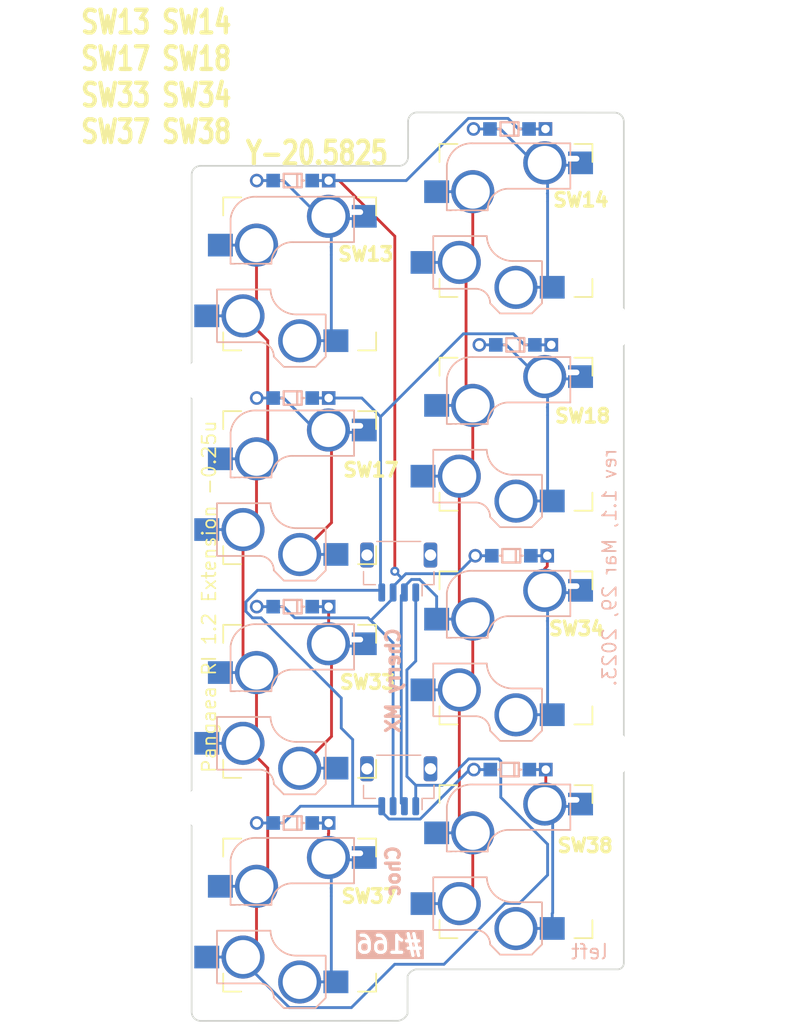
<source format=kicad_pcb>
(kicad_pcb (version 20221018) (generator pcbnew)
  (title_block (date "2023-01-26"))
  (layers (0 "F.Cu" signal) (31 "B.Cu" signal) (34 "B.Paste" user) (35 "F.Paste" user) (36 "B.SilkS" user "B.Silkscreen") (37 "F.SilkS" user "F.Silkscreen") (38 "B.Mask" user) (39 "F.Mask" user) (44 "Edge.Cuts" user))
  (net 0 "")
  (net 1 "PY4")
  (net 2 "Net-(D13-A)")
  (net 3 "Net-(D14-A)")
  (net 4 "PY5")
  (net 5 "Net-(D17-A)")
  (net 6 "Net-(D18-A)")
  (net 7 "Net-(D33-K)")
  (net 8 "Net-(D34-K)")
  (net 9 "Net-(D37-K)")
  (net 10 "Net-(D38-K)")
  (net 11 "PX1")
  (net 12 "PX2")
  (footprint "footprint:diode_TH_SMD_rev3" (layer "F.Cu") (at 61.805 80.02 180)
    (fp_text reference "D38")
    (fp_text value "D" hide)
  )
  (footprint "#footprint:M2_Nut_Hole_rev2" (layer "F.Cu") (at 36.1 83.41)
    (fp_text reference "H11")
    (fp_text value "MountingHole")
  )
  (footprint "footprint:CherryMX_Choc_Hotswap_rev9_test" (layer "F.Cu") (at 43.255 36.3025)
    (fp_text reference "SW13" hide)
    (fp_text value "SW_Push" hide)
  )
  (footprint "footprint:diode_TH_SMD_rev3" (layer "F.Cu") (at 42.64 28.07 180)
    (fp_text reference "D13")
    (fp_text value "D" hide)
  )
  (footprint "footprint:diode_TH_SMD_rev3" (layer "F.Cu") (at 61.935 61.16 180)
    (fp_text reference "D34")
    (fp_text value "D" hide)
  )
  (footprint "footprint:CherryMX_Choc_Hotswap_rev9_test" (layer "F.Cu") (at 62.345 50.44)
    (fp_text reference "SW18" hide)
    (fp_text value "SW_Push" hide)
  )
  (footprint "footprint:diode_TH_SMD_rev3" (layer "F.Cu") (at 42.64 65.65 180)
    (fp_text reference "D33")
    (fp_text value "D" hide)
  )
  (footprint "footprint:CherryMX_Choc_Hotswap_rev9_test" (layer "F.Cu") (at 62.345 69.29)
    (fp_text reference "SW34" hide)
    (fp_text value "SW_Push" hide)
  )
  (footprint "footprint:CherryMX_Choc_Hotswap_rev9_test" (layer "F.Cu") (at 43.255 55.1525)
    (fp_text reference "SW17" hide)
    (fp_text value "SW_Push" hide)
  )
  (footprint "footprint:CherryMX_Choc_Hotswap_rev9_test" (layer "F.Cu") (at 62.345 88.14)
    (fp_text reference "SW38" hide)
    (fp_text value "SW_Push" hide)
  )
  (footprint "footprint:CherryMX_Choc_Hotswap_rev9_test" (layer "F.Cu") (at 43.255 74.0025)
    (fp_text reference "SW33" hide)
    (fp_text value "SW_Push" hide)
  )
  (footprint "footprint:diode_TH_SMD_rev3" (layer "F.Cu") (at 42.64 47.25 180)
    (fp_text reference "D17")
    (fp_text value "D" hide)
  )
  (footprint "footprint:diode_TH_SMD_rev3" (layer "F.Cu") (at 62.29 42.56 180)
    (fp_text reference "D18")
    (fp_text value "D" hide)
  )
  (footprint "#footprint:M2_Nut_Hole_rev2" (layer "F.Cu") (at 69.565 78.63)
    (fp_text reference "H10")
    (fp_text value "MountingHole")
  )
  (footprint "#footprint:M2_Nut_Hole_rev2" (layer "F.Cu") (at 36.07 45.71)
    (fp_text reference "H12")
    (fp_text value "MountingHole")
  )
  (footprint "footprint:diode_TH_SMD_rev3" (layer "F.Cu") (at 42.64 84.73 180)
    (fp_text reference "D37")
    (fp_text value "D" hide)
  )
  (footprint "#footprint:M2_Nut_Hole_rev2" (layer "F.Cu") (at 69.575 40.97)
    (fp_text reference "H9")
    (fp_text value "MountingHole")
  )
  (footprint "footprint:diode_TH_SMD_rev3" (layer "F.Cu") (at 61.775 23.52 180)
    (fp_text reference "D14")
    (fp_text value "D" hide)
  )
  (footprint "footprint:CherryMX_Choc_Hotswap_rev9_test" (layer "F.Cu") (at 43.255 92.8525)
    (fp_text reference "SW37" hide)
    (fp_text value "SW_Push" hide)
  )
  (footprint "footprint:CherryMX_Choc_Hotswap_rev9_test" (layer "F.Cu") (at 62.345 31.59)
    (fp_text reference "SW14" hide)
    (fp_text value "SW_Push" hide)
  )
  (footprint "footprint:JST_SH_BM03B-SRSS-TB_1x04-1MP_P1.00mm_Vertical" (layer "B.Cu") (at 52 62.6 180)
    (fp_text reference "J9")
    (fp_text value "Conn_01x04")
  )
  (footprint "footprint:JST_SH_BM03B-SRSS-TB_1x04-1MP_P1.00mm_Vertical" (layer "B.Cu") (at 52 81.45 180)
    (fp_text reference "J8")
    (fp_text value "Conn_01x04")
  )
  (gr_arc (start 71.864679 97.103721) (mid 71.711727 97.468672) (end 71.355034 97.64) (stroke (width 0.15)) (layer "Edge.Cuts"))
  (gr_arc (start 33.719113 27.54625) (mid 33.964992 26.990843) (end 34.531767 26.772504) (stroke (width 0.15)) (layer "Edge.Cuts"))
  (gr_line (start 53.497799 97.64) (end 71.355034 97.64) (stroke (width 0.15)) (layer "Edge.Cuts"))
  (gr_arc (start 52.825 22.851257) (mid 53.056766 22.291766) (end 53.616257 22.06) (stroke (width 0.15)) (layer "Edge.Cuts"))
  (gr_line (start 71.865077 22.85967) (end 71.864636 97.103719) (stroke (width 0.15)) (layer "Edge.Cuts"))
  (gr_arc (start 52.822507 25.976829) (mid 52.612 26.517227) (end 52.091376 26.772806) (stroke (width 0.15)) (layer "Edge.Cuts"))
  (gr_arc (start 34.472603 102.184944) (mid 33.931391 101.931418) (end 33.719113 101.372738) (stroke (width 0.15)) (layer "Edge.Cuts"))
  (gr_arc (start 71.064806 22.077411) (mid 71.621848 22.308021) (end 71.865077 22.85967) (stroke (width 0.15)) (layer "Edge.Cuts"))
  (gr_line (start 52.825 22.851257) (end 52.822507 25.976829) (stroke (width 0.15)) (layer "Edge.Cuts"))
  (gr_arc (start 52.774999 101.565) (mid 52.452648 101.964444) (end 51.985057 102.176162) (stroke (width 0.15)) (layer "Edge.Cuts"))
  (gr_arc (start 52.778166 98.2314) (mid 53.067712 97.850192) (end 53.497799 97.64) (stroke (width 0.15)) (layer "Edge.Cuts"))
  (gr_line (start 52.091376 26.772806) (end 34.531767 26.7725) (stroke (width 0.15)) (layer "Edge.Cuts"))
  (gr_line (start 33.719113 27.54625) (end 33.719113 101.372738) (stroke (width 0.15)) (layer "Edge.Cuts"))
  (gr_line (start 34.472603 102.184944) (end 51.985057 102.176162) (stroke (width 0.15)) (layer "Edge.Cuts"))
  (gr_line (start 71.064806 22.077411) (end 53.616257 22.06) (stroke (width 0.15)) (layer "Edge.Cuts"))
  (gr_line (start 52.778166 98.2314) (end 52.775 101.565) (stroke (width 0.15)) (layer "Edge.Cuts"))
  (gr_text "Choc" (at 52.2 86.6 90) (layer "B.SilkS") (effects (font (size 1.2 1.2) (thickness 0.3) bold) (justify left bottom mirror)))
  (gr_text "Cherry MX" (at 52.2 67.4 90) (layer "B.SilkS") (effects (font (size 1.2 1.2) (thickness 0.3) bold) (justify left bottom mirror)))
  (gr_text "#166" (at 51.15 95.45) (layer "B.SilkS" knockout) (effects (font (size 1.5 1.5) (thickness 0.3) bold) (justify mirror)))
  (gr_text "rev 1.1, Mar 29, 2023." (at 70.6 62.2 90) (layer "B.SilkS") (effects (font (size 1.2 1.2)) (justify mirror)))
  (gr_text "left" (at 70.6 96.85) (layer "B.SilkS") (effects (font (size 1.3 1.3) (thickness 0.1625)) (justify left bottom mirror)))
  (gr_text "SW14" (at 65.475 30.48) (layer "F.SilkS") (effects (font (size 1.2 1.2) (thickness 0.3) bold) (justify left bottom)))
  (gr_text "SW13 SW14\nSW17 SW18\nSW33 SW34\nSW37 SW38" (at 23.775 24.93) (layer "F.SilkS") (effects (font (size 2 1.5) (thickness 0.375) bold) (justify left bottom)))
  (gr_text "SW18" (at 65.635 49.53) (layer "F.SilkS") (effects (font (size 1.2 1.2) (thickness 0.3) bold) (justify left bottom)))
  (gr_text "SW37" (at 46.795 91.89) (layer "F.SilkS") (effects (font (size 1.2 1.2) (thickness 0.3) bold) (justify left bottom)))
  (gr_text "Pangaea RI 1.2 Extension -0.25u" (at 35.26 64.77 90) (layer "F.SilkS") (effects (font (size 1.2 1.2))))
  (gr_text "SW33" (at 46.645 73.01) (layer "F.SilkS") (effects (font (size 1.2 1.2) (thickness 0.3) bold) (justify left bottom)))
  (gr_text "SW13" (at 46.495 35.26) (layer "F.SilkS") (effects (font (size 1.2 1.2) (thickness 0.3) bold) (justify left bottom)))
  (gr_text "SW17" (at 46.945 54.29) (layer "F.SilkS") (effects (font (size 1.2 1.2) (thickness 0.3) bold) (justify left bottom)))
  (gr_text "SW34" (at 65.105 68.29) (layer "F.SilkS") (effects (font (size 1.2 1.2) (thickness 0.3) bold) (justify left bottom)))
  (gr_text "SW38" (at 65.855 87.42) (layer "F.SilkS") (effects (font (size 1.2 1.2) (thickness 0.3) bold) (justify left bottom)))
  (gr_text "Y-20.5825" (at 38.325 26.82) (layer "F.SilkS") (effects (font (size 2 1.5) (thickness 0.375) bold) (justify left bottom)))
  (segment (start 51.6535 32.9834) (end 51.6535 62.5244) (width 0.25) (layer "F.Cu") (net 1))
  (segment (start 45.815 28.07) (end 46.7401 28.07) (width 0.25) (layer "F.Cu") (net 1))
  (segment (start 46.7401 28.07) (end 51.6535 32.9834) (width 0.25) (layer "F.Cu") (net 1))
  (via (at 51.6535 62.5244) (size 0.8) (drill 0.4) (layers "F.Cu" "B.Cu") (net 1))
  (segment (start 51.5 63.8753) (end 52.2522 63.1231) (width 0.25) (layer "B.Cu") (net 1))
  (segment (start 39.465 65.65) (end 40.915 65.65) (width 0.25) (layer "B.Cu") (net 1))
  (segment (start 51.5 64.4) (end 51.5 63.8753) (width 0.25) (layer "B.Cu") (net 1))
  (segment (start 62.5749 23.52) (end 61.6422 22.5873) (width 0.25) (layer "B.Cu") (net 1))
  (segment (start 44.365 28.07) (end 45.815 28.07) (width 0.25) (layer "B.Cu") (net 1))
  (segment (start 58.76 61.16) (end 59.2849 61.16) (width 0.25) (layer "B.Cu") (net 1))
  (segment (start 52.2522 63.1231) (end 51.6535 62.5244) (width 0.25) (layer "B.Cu") (net 1))
  (segment (start 49.5318 66.8744) (end 49.2934 66.6361) (width 0.25) (layer "B.Cu") (net 1))
  (segment (start 52.2522 63.1231) (end 52.6284 62.7469) (width 0.25) (layer "B.Cu") (net 1))
  (segment (start 60.21 61.16) (end 59.2849 61.16) (width 0.25) (layer "B.Cu") (net 1))
  (segment (start 61.6422 22.5873) (end 58.1435 22.5873) (width 0.25) (layer "B.Cu") (net 1))
  (segment (start 52.6284 62.7469) (end 57.1731 62.7469) (width 0.25) (layer "B.Cu") (net 1))
  (segment (start 63.5 23.52) (end 62.5749 23.52) (width 0.25) (layer "B.Cu") (net 1))
  (segment (start 51.5 83.25) (end 51.5 68.8427) (width 0.25) (layer "B.Cu") (net 1))
  (segment (start 57.1731 62.7469) (end 58.76 61.16) (width 0.25) (layer "B.Cu") (net 1))
  (segment (start 58.1435 22.5873) (end 52.6608 28.07) (width 0.25) (layer "B.Cu") (net 1))
  (segment (start 40.915 65.65) (end 41.8401 65.65) (width 0.25) (layer "B.Cu") (net 1))
  (segment (start 42.8262 66.6361) (end 41.8401 65.65) (width 0.25) (layer "B.Cu") (net 1))
  (segment (start 49.5318 66.8744) (end 51.5 64.9062) (width 0.25) (layer "B.Cu") (net 1))
  (segment (start 52.6608 28.07) (end 45.815 28.07) (width 0.25) (layer "B.Cu") (net 1))
  (segment (start 51.5 68.8427) (end 49.5318 66.8744) (width 0.25) (layer "B.Cu") (net 1))
  (segment (start 49.2934 66.6361) (end 42.8262 66.6361) (width 0.25) (layer "B.Cu") (net 1))
  (segment (start 51.5 64.9062) (end 51.5 64.4) (width 0.25) (layer "B.Cu") (net 1))
  (segment (start 63.5 23.52) (end 64.95 23.52) (width 0.25) (layer "B.Cu") (net 1))
  (segment (start 39.465 28.07) (end 40.915 28.07) (width 0.25) (layer "B.Cu") (net 2))
  (segment (start 46.0474 33.9052) (end 46.0474 33.9051) (width 0.25) (layer "B.Cu") (net 2))
  (segment (start 46.0474 33.9955) (end 46.0474 33.9503) (width 0.25) (layer "B.Cu") (net 2))
  (segment (start 46.0474 31.4749) (end 45.795 31.2225) (width 0.25) (layer "B.Cu") (net 2))
  (segment (start 46.0474 33.9058) (end 46.0474 33.9054) (width 0.25) (layer "B.Cu") (net 2))
  (segment (start 48.843173 31.4275) (end 49.001587 31.269086) (width 0.25) (layer "B.Cu") (net 2))
  (segment (start 46.0474 33.9107) (end 46.0474 33.9079) (width 0.25) (layer "B.Cu") (net 2))
  (segment (start 41.8401 28.07) (end 44.9926 31.2225) (width 0.25) (layer "B.Cu") (net 2))
  (segment (start 46.0474 34.086) (end 46.0474 33.9955) (width 0.25) (layer "B.Cu") (net 2))
  (segment (start 46.0474 42.1925) (end 43.265 42.1925) (width 0.25) (layer "B.Cu") (net 2))
  (segment (start 46.0474 33.9065) (end 46.0474 33.9058) (width 0.25) (layer "B.Cu") (net 2))
  (segment (start 46.0474 33.9164) (end 46.0474 33.9107) (width 0.25) (layer "B.Cu") (net 2))
  (segment (start 44.9926 31.2225) (end 45.795 31.2225) (width 0.25) (layer "B.Cu") (net 2))
  (segment (start 46.0474 42.1925) (end 46.0474 34.6288) (width 0.25) (layer "B.Cu") (net 2))
  (segment (start 40.915 28.07) (end 41.8401 28.07) (width 0.25) (layer "B.Cu") (net 2))
  (segment (start 46.455 42.1925) (end 46.0474 42.1925) (width 0.25) (layer "B.Cu") (net 2))
  (segment (start 46.0474 33.9054) (end 46.0474 33.9052) (width 0.25) (layer "B.Cu") (net 2))
  (segment (start 46.0474 33.9051) (end 46.0474 31.4749) (width 0.25) (layer "B.Cu") (net 2))
  (segment (start 46.0474 33.9277) (end 46.0474 33.9164) (width 0.25) (layer "B.Cu") (net 2))
  (segment (start 43.265 42.1925) (end 43.255 42.2025) (width 0.25) (layer "B.Cu") (net 2))
  (segment (start 45.795 31.2225) (end 46 31.4275) (width 0.25) (layer "B.Cu") (net 2))
  (segment (start 46.0474 34.2669) (end 46.0474 34.086) (width 0.25) (layer "B.Cu") (net 2))
  (segment (start 46 31.4275) (end 48.843173 31.4275) (width 0.25) (layer "B.Cu") (net 2))
  (segment (start 46.0474 33.9079) (end 46.0474 33.9065) (width 0.25) (layer "B.Cu") (net 2))
  (segment (start 46.0474 34.6288) (end 46.0474 34.2669) (width 0.25) (layer "B.Cu") (net 2))
  (segment (start 46.0474 33.9503) (end 46.0474 33.9277) (width 0.25) (layer "B.Cu") (net 2))
  (segment (start 65.1374 29.1927) (end 65.1374 29.1926) (width 0.25) (layer "B.Cu") (net 3))
  (segment (start 65.1374 29.2152) (end 65.1374 29.2039) (width 0.25) (layer "B.Cu") (net 3))
  (segment (start 65.1374 29.194) (end 65.1374 29.1933) (width 0.25) (layer "B.Cu") (net 3))
  (segment (start 65.1374 29.1929) (end 65.1374 29.1927) (width 0.25) (layer "B.Cu") (net 3))
  (segment (start 65.1374 29.1982) (end 65.1374 29.1954) (width 0.25) (layer "B.Cu") (net 3))
  (segment (start 67.933173 26.715) (end 68.091587 26.556586) (width 0.25) (layer "B.Cu") (net 3))
  (segment (start 65.1374 29.1954) (end 65.1374 29.194) (width 0.25) (layer "B.Cu") (net 3))
  (segment (start 58.6 23.52) (end 60.05 23.52) (width 0.25) (layer "B.Cu") (net 3))
  (segment (start 65.1374 29.1933) (end 65.1374 29.1929) (width 0.25) (layer "B.Cu") (net 3))
  (segment (start 60.05 23.52) (end 60.9751 23.52) (width 0.25) (layer "B.Cu") (net 3))
  (segment (start 65.1374 29.2039) (end 65.1374 29.1982) (width 0.25) (layer "B.Cu") (net 3))
  (segment (start 65.1374 29.2378) (end 65.1374 29.2152) (width 0.25) (layer "B.Cu") (net 3))
  (segment (start 65.09 26.715) (end 67.933173 26.715) (width 0.25) (layer "B.Cu") (net 3))
  (segment (start 63.9651 26.51) (end 64.885 26.51) (width 0.25) (layer "B.Cu") (net 3))
  (segment (start 65.1374 26.7624) (end 64.885 26.51) (width 0.25) (layer "B.Cu") (net 3))
  (segment (start 65.545 37.48) (end 65.1374 37.48) (width 0.25) (layer "B.Cu") (net 3))
  (segment (start 65.1374 29.3735) (end 65.1374 29.283) (width 0.25) (layer "B.Cu") (net 3))
  (segment (start 65.1374 37.48) (end 65.1374 29.9163) (width 0.25) (layer "B.Cu") (net 3))
  (segment (start 62.355 37.48) (end 62.345 37.49) (width 0.25) (layer "B.Cu") (net 3))
  (segment (start 65.1374 29.5544) (end 65.1374 29.3735) (width 0.25) (layer "B.Cu") (net 3))
  (segment (start 65.1374 29.1926) (end 65.1374 26.7624) (width 0.25) (layer "B.Cu") (net 3))
  (segment (start 60.9751 23.52) (end 63.9651 26.51) (width 0.25) (layer "B.Cu") (net 3))
  (segment (start 64.885 26.51) (end 65.09 26.715) (width 0.25) (layer "B.Cu") (net 3))
  (segment (start 65.1374 37.48) (end 62.355 37.48) (width 0.25) (layer "B.Cu") (net 3))
  (segment (start 65.1374 29.283) (end 65.1374 29.2378) (width 0.25) (layer "B.Cu") (net 3))
  (segment (start 65.1374 29.9163) (end 65.1374 29.5544) (width 0.25) (layer "B.Cu") (net 3))
  (segment (start 46.9265 73.7075) (end 39.8549 66.6359) (width 0.25) (layer "B.Cu") (net 4))
  (segment (start 38.5123 65.2287) (end 39.5357 64.2053) (width 0.25) (layer "B.Cu") (net 4))
  (segment (start 50.3898 48.9022) (end 50.3898 64.2053) (width 0.25) (layer "B.Cu") (net 4))
  (segment (start 53.8927 84.382) (end 58.2547 80.02) (width 0.25) (layer "B.Cu") (net 4))
  (segment (start 58.2547 80.02) (end 58.63 80.02) (width 0.25) (layer "B.Cu") (net 4))
  (segment (start 63.0899 42.56) (end 62.1153 41.5854) (width 0.25) (layer "B.Cu") (net 4))
  (segment (start 47.9332 83.25) (end 47.9332 77.3676) (width 0.25) (layer "B.Cu") (net 4))
  (segment (start 39.8549 66.6359) (end 39.0765 66.6359) (width 0.25) (layer "B.Cu") (net 4))
  (segment (start 58.63 80.02) (end 60.08 80.02) (width 0.25) (layer "B.Cu") (net 4))
  (segment (start 50.3898 64.2053) (end 50.5 64.3155) (width 0.25) (layer "B.Cu") (net 4))
  (segment (start 64.015 42.56) (end 65.465 42.56) (width 0.25) (layer "B.Cu") (net 4))
  (segment (start 46.7401 47.25) (end 48.7376 47.25) (width 0.25) (layer "B.Cu") (net 4))
  (segment (start 39.5357 64.2053) (end 50.3898 64.2053) (width 0.25) (layer "B.Cu") (net 4))
  (segment (start 50.5 83.25) (end 50.5 83.7425) (width 0.25) (layer "B.Cu") (net 4))
  (segment (start 45.815 47.25) (end 46.7401 47.25) (width 0.25) (layer "B.Cu") (net 4))
  (segment (start 40.915 84.73) (end 41.8401 84.73) (width 0.25) (layer "B.Cu") (net 4))
  (segment (start 39.465 84.73) (end 40.915 84.73) (width 0.25) (layer "B.Cu") (net 4))
  (segment (start 62.1153 41.5854) (end 57.7066 41.5854) (width 0.25) (layer "B.Cu") (net 4))
  (segment (start 39.0765 66.6359) (end 38.5123 66.0717) (width 0.25) (layer "B.Cu") (net 4))
  (segment (start 38.5123 66.0717) (end 38.5123 65.2287) (width 0.25) (layer "B.Cu") (net 4))
  (segment (start 50.5 64.3155) (end 50.5 64.4) (width 0.25) (layer "B.Cu") (net 4))
  (segment (start 50.5 83.7425) (end 51.1395 84.382) (width 0.25) (layer "B.Cu") (net 4))
  (segment (start 51.1395 84.382) (end 53.8927 84.382) (width 0.25) (layer "B.Cu") (net 4))
  (segment (start 43.3201 83.25) (end 47.9332 83.25) (width 0.25) (layer "B.Cu") (net 4))
  (segment (start 57.7066 41.5854) (end 50.3898 48.9022) (width 0.25) (layer "B.Cu") (net 4))
  (segment (start 46.9265 76.3609) (end 46.9265 73.7075) (width 0.25) (layer "B.Cu") (net 4))
  (segment (start 47.9332 83.25) (end 50.5 83.25) (width 0.25) (layer "B.Cu") (net 4))
  (segment (start 41.8401 84.73) (end 43.3201 83.25) (width 0.25) (layer "B.Cu") (net 4))
  (segment (start 64.015 42.56) (end 63.0899 42.56) (width 0.25) (layer "B.Cu") (net 4))
  (segment (start 48.7376 47.25) (end 50.3898 48.9022) (width 0.25) (layer "B.Cu") (net 4))
  (segment (start 44.365 47.25) (end 45.815 47.25) (width 0.25) (layer "B.Cu") (net 4))
  (segment (start 47.9332 77.3676) (end 46.9265 76.3609) (width 0.25) (layer "B.Cu") (net 4))
  (segment (start 43.255 61.0525) (end 46.0646 58.2429) (width 0.25) (layer "F.Cu") (net 5))
  (segment (start 46.0646 50.3421) (end 45.795 50.0725) (width 0.25) (layer "F.Cu") (net 5))
  (segment (start 46.0646 58.2429) (end 46.0646 50.3421) (width 0.25) (layer "F.Cu") (net 5))
  (segment (start 45.7906 50.0725) (end 45.7928 50.0725) (width 0.25) (layer "B.Cu") (net 5))
  (segment (start 45.7862 50.0725) (end 45.7906 50.0725) (width 0.25) (layer "B.Cu") (net 5))
  (segment (start 45.2288 50.0725) (end 45.5119 50.0725) (width 0.25) (layer "B.Cu") (net 5))
  (segment (start 45.7928 50.0725) (end 45.7939 50.0725) (width 0.25) (layer "B.Cu") (net 5))
  (segment (start 45.7774 50.0725) (end 45.7862 50.0725) (width 0.25) (layer "B.Cu") (net 5))
  (segment (start 45.7948 50.0725) (end 45.7949 50.0725) (width 0.25) (layer "B.Cu") (net 5))
  (segment (start 46.455 61.0425) (end 43.265 61.0425) (width 0.25) (layer "B.Cu") (net 5))
  (segment (start 45.7949 50.0725) (end 45.795 50.0725) (width 0.25) (layer "B.Cu") (net 5))
  (segment (start 39.465 47.25) (end 40.915 47.25) (width 0.25) (layer "B.Cu") (net 5))
  (segment (start 44.6626 50.0725) (end 45.2288 50.0725) (width 0.25) (layer "B.Cu") (net 5))
  (segment (start 48.843173 50.2775) (end 49.001587 50.119086) (width 0.25) (layer "B.Cu") (net 5))
  (segment (start 45.7597 50.0725) (end 45.7774 50.0725) (width 0.25) (layer "B.Cu") (net 5))
  (segment (start 45.5119 50.0725) (end 45.6535 50.0725) (width 0.25) (layer "B.Cu") (net 5))
  (segment (start 45.795 50.0725) (end 46 50.2775) (width 0.25) (layer "B.Cu") (net 5))
  (segment (start 43.265 61.0425) (end 43.255 61.0525) (width 0.25) (layer "B.Cu") (net 5))
  (segment (start 45.7945 50.0725) (end 45.7948 50.0725) (width 0.25) (layer "B.Cu") (net 5))
  (segment (start 45.6535 50.0725) (end 45.7243 50.0725) (width 0.25) (layer "B.Cu") (net 5))
  (segment (start 45.7243 50.0725) (end 45.7597 50.0725) (width 0.25) (layer "B.Cu") (net 5))
  (segment (start 40.915 47.25) (end 41.8401 47.25) (width 0.25) (layer "B.Cu") (net 5))
  (segment (start 45.7939 50.0725) (end 45.7945 50.0725) (width 0.25) (layer "B.Cu") (net 5))
  (segment (start 41.8401 47.25) (end 44.6626 50.0725) (width 0.25) (layer "B.Cu") (net 5))
  (segment (start 46 50.2775) (end 48.843173 50.2775) (width 0.25) (layer "B.Cu") (net 5))
  (segment (start 59.115 42.56) (end 60.565 42.56) (width 0.25) (layer "B.Cu") (net 6))
  (segment (start 65.1374 48.0539) (end 65.1374 48.0482) (width 0.25) (layer "B.Cu") (net 6))
  (segment (start 65.1374 48.0878) (end 65.1374 48.0652) (width 0.25) (layer "B.Cu") (net 6))
  (segment (start 65.1374 48.2235) (end 65.1374 48.133) (width 0.25) (layer "B.Cu") (net 6))
  (segment (start 60.565 42.56) (end 61.4901 42.56) (width 0.25) (layer "B.Cu") (net 6))
  (segment (start 65.1374 48.0454) (end 65.1374 48.044) (width 0.25) (layer "B.Cu") (net 6))
  (segment (start 64.885 45.36) (end 65.09 45.565) (width 0.25) (layer "B.Cu") (net 6))
  (segment (start 65.1374 48.7663) (end 65.1374 48.4044) (width 0.25) (layer "B.Cu") (net 6))
  (segment (start 65.1374 48.0652) (end 65.1374 48.0539) (width 0.25) (layer "B.Cu") (net 6))
  (segment (start 64.2901 45.36) (end 64.885 45.36) (width 0.25) (layer "B.Cu") (net 6))
  (segment (start 65.1374 48.4044) (end 65.1374 48.2235) (width 0.25) (layer "B.Cu") (net 6))
  (segment (start 62.355 56.33) (end 62.345 56.34) (width 0.25) (layer "B.Cu") (net 6))
  (segment (start 67.933173 45.565) (end 68.091587 45.406586) (width 0.25) (layer "B.Cu") (net 6))
  (segment (start 65.1374 56.33) (end 65.1374 48.7663) (width 0.25) (layer "B.Cu") (net 6))
  (segment (start 61.4901 42.56) (end 64.2901 45.36) (width 0.25) (layer "B.Cu") (net 6))
  (segment (start 65.1374 48.133) (end 65.1374 48.0878) (width 0.25) (layer "B.Cu") (net 6))
  (segment (start 65.1374 48.0429) (end 65.1374 48.0427) (width 0.25) (layer "B.Cu") (net 6))
  (segment (start 65.1374 48.0427) (end 65.1374 48.0426) (width 0.25) (layer "B.Cu") (net 6))
  (segment (start 65.1374 56.33) (end 62.355 56.33) (width 0.25) (layer "B.Cu") (net 6))
  (segment (start 65.1374 48.0433) (end 65.1374 48.0429) (width 0.25) (layer "B.Cu") (net 6))
  (segment (start 65.1374 48.044) (end 65.1374 48.0433) (width 0.25) (layer "B.Cu") (net 6))
  (segment (start 65.1374 48.0426) (end 65.1374 45.6124) (width 0.25) (layer "B.Cu") (net 6))
  (segment (start 65.1374 48.0482) (end 65.1374 48.0454) (width 0.25) (layer "B.Cu") (net 6))
  (segment (start 65.545 56.33) (end 65.1374 56.33) (width 0.25) (layer "B.Cu") (net 6))
  (segment (start 65.1374 45.6124) (end 64.885 45.36) (width 0.25) (layer "B.Cu") (net 6))
  (segment (start 65.09 45.565) (end 67.933173 45.565) (width 0.25) (layer "B.Cu") (net 6))
  (segment (start 43.255 79.9025) (end 46.0646 77.0929) (width 0.25) (layer "F.Cu") (net 7))
  (segment (start 45.815 65.65) (end 45.815 68.9025) (width 0.25) (layer "F.Cu") (net 7))
  (segment (start 45.815 68.9025) (end 45.795 68.9225) (width 0.25) (layer "F.Cu") (net 7))
  (segment (start 46.0646 69.1921) (end 45.795 68.9225) (width 0.25) (layer "F.Cu") (net 7))
  (segment (start 46.0646 77.0929) (end 46.0646 69.1921) (width 0.25) (layer "F.Cu") (net 7))
  (segment (start 48.843173 69.1275) (end 49.001587 68.969086) (width 0.25) (layer "B.Cu") (net 7))
  (segment (start 44.365 65.65) (end 45.815 65.65) (width 0.25) (layer "B.Cu") (net 7))
  (segment (start 46.455 79.8925) (end 43.265 79.8925) (width 0.25) (layer "B.Cu") (net 7))
  (segment (start 46 69.1275) (end 48.843173 69.1275) (width 0.25) (layer "B.Cu") (net 7))
  (segment (start 45.795 68.9225) (end 46 69.1275) (width 0.25) (layer "B.Cu") (net 7))
  (segment (start 43.265 79.8925) (end 43.255 79.9025) (width 0.25) (layer "B.Cu") (net 7))
  (segment (start 65.11 62.0851) (end 64.885 62.3101) (width 0.25) (layer "F.Cu") (net 8))
  (segment (start 64.885 62.3101) (end 64.885 64.21) (width 0.25) (layer "F.Cu") (net 8))
  (segment (start 65.11 61.16) (end 65.11 62.0851) (width 0.25) (layer "F.Cu") (net 8))
  (segment (start 65.1374 66.8927) (end 65.1374 66.8926) (width 0.25) (layer "B.Cu") (net 8))
  (segment (start 65.1374 75.18) (end 65.1374 67.6163) (width 0.25) (layer "B.Cu") (net 8))
  (segment (start 65.1374 66.9378) (end 65.1374 66.9152) (width 0.25) (layer "B.Cu") (net 8))
  (segment (start 65.1374 66.8982) (end 65.1374 66.8954) (width 0.25) (layer "B.Cu") (net 8))
  (segment (start 65.1374 66.8954) (end 65.1374 66.894) (width 0.25) (layer "B.Cu") (net 8))
  (segment (start 64.885 64.21) (end 65.09 64.415) (width 0.25) (layer "B.Cu") (net 8))
  (segment (start 65.1374 66.8929) (end 65.1374 66.8927) (width 0.25) (layer "B.Cu") (net 8))
  (segment (start 65.1374 64.4624) (end 64.885 64.21) (width 0.25) (layer "B.Cu") (net 8))
  (segment (start 65.1374 67.2544) (end 65.1374 67.0735) (width 0.25) (layer "B.Cu") (net 8))
  (segment (start 65.1374 66.9039) (end 65.1374 66.8982) (width 0.25) (layer "B.Cu") (net 8))
  (segment (start 62.355 75.18) (end 62.345 75.19) (width 0.25) (layer "B.Cu") (net 8))
  (segment (start 65.1374 67.0735) (end 65.1374 66.983) (width 0.25) (layer "B.Cu") (net 8))
  (segment (start 65.1374 66.9152) (end 65.1374 66.9039) (width 0.25) (layer "B.Cu") (net 8))
  (segment (start 65.1374 75.18) (end 62.355 75.18) (width 0.25) (layer "B.Cu") (net 8))
  (segment (start 65.1374 66.8933) (end 65.1374 66.8929) (width 0.25) (layer "B.Cu") (net 8))
  (segment (start 65.1374 67.6163) (end 65.1374 67.2544) (width 0.25) (layer "B.Cu") (net 8))
  (segment (start 65.1374 66.983) (end 65.1374 66.9378) (width 0.25) (layer "B.Cu") (net 8))
  (segment (start 65.1374 66.8926) (end 65.1374 64.4624) (width 0.25) (layer "B.Cu") (net 8))
  (segment (start 67.933173 64.415) (end 68.091587 64.256586) (width 0.25) (layer "B.Cu") (net 8))
  (segment (start 65.1374 66.894) (end 65.1374 66.8933) (width 0.25) (layer "B.Cu") (net 8))
  (segment (start 65.09 64.415) (end 67.933173 64.415) (width 0.25) (layer "B.Cu") (net 8))
  (segment (start 65.545 75.18) (end 65.1374 75.18) (width 0.25) (layer "B.Cu") (net 8))
  (segment (start 63.66 61.16) (end 65.11 61.16) (width 0.25) (layer "B.Cu") (net 8))
  (segment (start 45.815 85.6551) (end 45.795 85.6751) (width 0.25) (layer "F.Cu") (net 9))
  (segment (start 45.795 85.6751) (end 45.795 87.7725) (width 0.25) (layer "F.Cu") (net 9))
  (segment (start 45.815 84.73) (end 45.815 85.6551) (width 0.25) (layer "F.Cu") (net 9))
  (segment (start 46.455 98.7425) (end 46.0474 98.7425) (width 0.25) (layer "B.Cu") (net 9))
  (segment (start 43.265 98.7425) (end 43.255 98.7525) (width 0.25) (layer "B.Cu") (net 9))
  (segment (start 46.0474 90.4565) (end 46.0474 90.4558) (width 0.25) (layer "B.Cu") (net 9))
  (segment (start 46.0474 90.4551) (end 46.0474 88.0249) (width 0.25) (layer "B.Cu") (net 9))
  (segment (start 46.0474 90.4664) (end 46.0474 90.4607) (width 0.25) (layer "B.Cu") (net 9))
  (segment (start 46.0474 88.0249) (end 45.795 87.7725) (width 0.25) (layer "B.Cu") (net 9))
  (segment (start 46.0474 90.4554) (end 46.0474 90.4552) (width 0.25) (layer "B.Cu") (net 9))
  (segment (start 46.0474 90.4552) (end 46.0474 90.4551) (width 0.25) (layer "B.Cu") (net 9))
  (segment (start 46.0474 90.4777) (end 46.0474 90.4664) (width 0.25) (layer "B.Cu") (net 9))
  (segment (start 46.0474 90.5455) (end 46.0474 90.5003) (width 0.25) (layer "B.Cu") (net 9))
  (segment (start 46.0474 98.7425) (end 46.0474 91.1788) (width 0.25) (layer "B.Cu") (net 9))
  (segment (start 46.0474 91.1788) (end 46.0474 90.8169) (width 0.25) (layer "B.Cu") (net 9))
  (segment (start 45.795 87.7725) (end 46 87.9775) (width 0.25) (layer "B.Cu") (net 9))
  (segment (start 46.0474 90.636) (end 46.0474 90.5455) (width 0.25) (layer "B.Cu") (net 9))
  (segment (start 44.365 84.73) (end 45.815 84.73) (width 0.25) (layer "B.Cu") (net 9))
  (segment (start 48.843173 87.9775) (end 49.001587 87.819086) (width 0.25) (layer "B.Cu") (net 9))
  (segment (start 46.0474 90.4607) (end 46.0474 90.4579) (width 0.25) (layer "B.Cu") (net 9))
  (segment (start 46.0474 90.4579) (end 46.0474 90.4565) (width 0.25) (layer "B.Cu") (net 9))
  (segment (start 46 87.9775) (end 48.843173 87.9775) (width 0.25) (layer "B.Cu") (net 9))
  (segment (start 46.0474 90.8169) (end 46.0474 90.636) (width 0.25) (layer "B.Cu") (net 9))
  (segment (start 46.0474 90.4558) (end 46.0474 90.4554) (width 0.25) (layer "B.Cu") (net 9))
  (segment (start 46.0474 98.7425) (end 43.265 98.7425) (width 0.25) (layer "B.Cu") (net 9))
  (segment (start 46.0474 90.5003) (end 46.0474 90.4777) (width 0.25) (layer "B.Cu") (net 9))
  (segment (start 64.98 82.965) (end 64.98 80.02) (width 0.25) (layer "F.Cu") (net 10))
  (segment (start 64.885 83.06) (end 64.98 82.965) (width 0.25) (layer "F.Cu") (net 10))
  (segment (start 64.885 83.06) (end 65.09 83.265) (width 0.25) (layer "B.Cu") (net 10))
  (segment (start 65.5875 85.3037) (end 65.5875 85.2981) (width 0.25) (layer "B.Cu") (net 10))
  (segment (start 65.545 94.03) (end 62.355 94.03) (width 0.25) (layer "B.Cu") (net 10))
  (segment (start 65.5875 83.7625) (end 64.885 83.06) (width 0.25) (layer "B.Cu") (net 10))
  (segment (start 65.5875 85.3823) (end 65.5875 85.3374) (width 0.25) (layer "B.Cu") (net 10))
  (segment (start 65.5875 85.2926) (end 65.5875 85.2925) (width 0.25) (layer "B.Cu") (net 10))
  (segment (start 65.5875 85.3374) (end 65.5875 85.3149) (width 0.25) (layer "B.Cu") (net 10))
  (segment (start 65.5875 85.6519) (end 65.5875 85.4722) (width 0.25) (layer "B.Cu") (net 10))
  (segment (start 63.53 80.02) (end 64.98 80.02) (width 0.25) (layer "B.Cu") (net 10))
  (segment (start 65.545 92.7049) (end 65.5875 92.6624) (width 0.25) (layer "B.Cu") (net 10))
  (segment (start 65.5875 85.2932) (end 65.5875 85.2928) (width 0.25) (layer "B.Cu") (net 10))
  (segment (start 65.545 94.03) (end 65.545 92.7049) (width 0.25) (layer "B.Cu") (net 10))
  (segment (start 65.5875 86.0113) (end 65.5875 85.6519) (width 0.25) (layer "B.Cu") (net 10))
  (segment (start 65.5875 85.2925) (end 65.5875 83.7625) (width 0.25) (layer "B.Cu") (net 10))
  (segment (start 65.5875 85.2928) (end 65.5875 85.2926) (width 0.25) (layer "B.Cu") (net 10))
  (segment (start 65.5875 85.3149) (end 65.5875 85.3037) (width 0.25) (layer "B.Cu") (net 10))
  (segment (start 62.355 94.03) (end 62.345 94.04) (width 0.25) (layer "B.Cu") (net 10))
  (segment (start 65.5875 92.6624) (end 65.5875 86.0113) (width 0.25) (layer "B.Cu") (net 10))
  (segment (start 65.09 83.265) (end 67.933173 83.265) (width 0.25) (layer "B.Cu") (net 10))
  (segment (start 65.5875 85.2981) (end 65.5875 85.2953) (width 0.25) (layer "B.Cu") (net 10))
  (segment (start 65.5875 85.2953) (end 65.5875 85.2939) (width 0.25) (layer "B.Cu") (net 10))
  (segment (start 65.5875 85.2939) (end 65.5875 85.2932) (width 0.25) (layer "B.Cu") (net 10))
  (segment (start 65.5875 85.4722) (end 65.5875 85.3823) (width 0.25) (layer "B.Cu") (net 10))
  (segment (start 38.255 58.8525) (end 39.445 57.6625) (width 0.25) (layer "F.Cu") (net 11))
  (segment (start 39.445 38.8125) (end 38.255 40.0025) (width 0.25) (layer "F.Cu") (net 11))
  (segment (start 38.255 77.7025) (end 39.445 76.5125) (width 0.25) (layer "F.Cu") (net 11))
  (segment (start 40.4355 42.183) (end 38.255 40.0025) (width 0.25) (layer "F.Cu") (net 11))
  (segment (start 39.445 76.5125) (end 39.445 71.4625) (width 0.25) (layer "F.Cu") (net 11))
  (segment (start 40.4355 79.883) (end 38.255 77.7025) (width 0.25) (layer "F.Cu") (net 11))
  (segment (start 39.445 52.6125) (end 40.4355 51.622) (width 0.25) (layer "F.Cu") (net 11))
  (segment (start 39.445 71.4625) (end 38.255 70.2725) (width 0.25) (layer "F.Cu") (net 11))
  (segment (start 39.445 95.3625) (end 39.445 90.3125) (width 0.25) (layer "F.Cu") (net 11))
  (segment (start 40.4355 51.622) (end 40.4355 42.183) (width 0.25) (layer "F.Cu") (net 11))
  (segment (start 38.255 70.2725) (end 38.255 58.8525) (width 0.25) (layer "F.Cu") (net 11))
  (segment (start 39.445 90.3125) (end 40.4355 89.322) (width 0.25) (layer "F.Cu") (net 11))
  (segment (start 39.445 33.7625) (end 39.445 38.8125) (width 0.25) (layer "F.Cu") (net 11))
  (segment (start 39.445 57.6625) (end 39.445 52.6125) (width 0.25) (layer "F.Cu") (net 11))
  (segment (start 40.4355 89.322) (end 40.4355 79.883) (width 0.25) (layer "F.Cu") (net 11))
  (segment (start 38.255 96.5525) (end 39.445 95.3625) (width 0.25) (layer "F.Cu") (net 11))
  (segment (start 52.7198 80.6229) (end 53.5 81.4031) (width 0.25) (layer "B.Cu") (net 11))
  (segment (start 58.17 79.08) (end 60.823 79.08) (width 0.25) (layer "B.Cu") (net 11))
  (segment (start 61.0052 79.2622) (end 61.0052 82.4661) (width 0.25) (layer "B.Cu") (net 11))
  (segment (start 39.445 90.3125) (end 36.255 90.3125) (width 0.25) (layer "B.Cu") (net 11))
  (segment (start 62.6452 91.8148) (end 61.3702 91.8148) (width 0.25) (layer "B.Cu") (net 11))
  (segment (start 53.5 81.4031) (end 53.5 83.25) (width 0.25) (layer "B.Cu") (net 11))
  (segment (start 38.255 40.0025) (end 35.055 40.0025) (width 0.25) (layer "B.Cu") (net 11))
  (segment (start 38.255 96.5525) (end 35.055 96.5525) (width 0.25) (layer "B.Cu") (net 11))
  (segment (start 65.1374 86.5983) (end 65.1374 89.3226) (width 0.25) (layer "B.Cu") (net 11))
  (segment (start 53.5 70.4471) (end 52.7198 71.2273) (width 0.25) (layer "B.Cu") (net 11))
  (segment (start 42.3382 101.0097) (end 38.255 96.9265) (width 0.25) (layer "B.Cu") (net 11))
  (segment (start 61.0052 82.4661) (end 65.1374 86.5983) (width 0.25) (layer "B.Cu") (net 11))
  (segment (start 65.1374 89.3226) (end 62.6452 91.8148) (width 0.25) (layer "B.Cu") (net 11))
  (segment (start 53.5 64.4) (end 53.5 70.4471) (width 0.25) (layer "B.Cu") (net 11))
  (segment (start 39.445 33.7625) (end 36.255 33.7625) (width 0.25) (layer "B.Cu") (net 11))
  (segment (start 51.6412 97.1904) (end 47.8219 101.0097) (width 0.25) (layer "B.Cu") (net 11))
  (segment (start 55.9946 97.1904) (end 51.6412 97.1904) (width 0.25) (layer "B.Cu") (net 11))
  (segment (start 39.445 52.6125) (end 36.255 52.6125) (width 0.25) (layer "B.Cu") (net 11))
  (segment (start 60.823 79.08) (end 61.0052 79.2622) (width 0.25) (layer "B.Cu") (net 11))
  (segment (start 53.5 81.4031) (end 55.8469 81.4031) (width 0.25) (layer "B.Cu") (net 11))
  (segment (start 38.255 77.7025) (end 35.055 77.7025) (width 0.25) (layer "B.Cu") (net 11))
  (segment (start 36.255 71.4625) (end 37.6801 71.4625) (width 0.25) (layer "B.Cu") (net 11))
  (segment (start 55.8469 81.4031) (end 58.17 79.08) (width 0.25) (layer "B.Cu") (net 11))
  (segment (start 38.255 96.9265) (end 38.255 96.5525) (width 0.25) (layer "B.Cu") (net 11))
  (segment (start 39.445 71.4625) (end 37.6801 71.4625) (width 0.25) (layer "B.Cu") (net 11))
  (segment (start 38.255 58.8525) (end 35.055 58.8525) (width 0.25) (layer "B.Cu") (net 11))
  (segment (start 61.3702 91.8148) (end 55.9946 97.1904) (width 0.25) (layer "B.Cu") (net 11))
  (segment (start 47.8219 101.0097) (end 42.3382 101.0097) (width 0.25) (layer "B.Cu") (net 11))
  (segment (start 52.7198 71.2273) (end 52.7198 80.6229) (width 0.25) (layer "B.Cu") (net 11))
  (segment (start 57.345 84.41) (end 57.345 72.99) (width 0.25) (layer "F.Cu") (net 12))
  (segment (start 58.535 47.9) (end 58.535 52.95) (width 0.25) (layer "F.Cu") (net 12))
  (segment (start 57.94 35.29) (end 57.345 35.29) (width 0.25) (layer "F.Cu") (net 12))
  (segment (start 57.94 35.29) (end 57.94 47.305) (width 0.25) (layer "F.Cu") (net 12))
  (segment (start 58.535 85.6) (end 57.345 84.41) (width 0.25) (layer "F.Cu") (net 12))
  (segment (start 57.345 72.99) (end 58.535 71.8) (width 0.25) (layer "F.Cu") (net 12))
  (segment (start 58.535 71.8) (end 58.535 66.75) (width 0.25) (layer "F.Cu") (net 12))
  (segment (start 57.345 65.56) (end 57.345 54.14) (width 0.25) (layer "F.Cu") (net 12))
  (segment (start 57.94 47.305) (end 58.535 47.9) (width 0.25) (layer "F.Cu") (net 12))
  (segment (start 58.535 52.95) (end 57.345 54.14) (width 0.25) (layer "F.Cu") (net 12))
  (segment (start 58.535 29.05) (end 58.535 34.695) (width 0.25) (layer "F.Cu") (net 12))
  (segment (start 58.535 34.695) (end 57.94 35.29) (width 0.25) (layer "F.Cu") (net 12))
  (segment (start 57.345 91.84) (end 58.535 90.65) (width 0.25) (layer "F.Cu") (net 12))
  (segment (start 58.535 66.75) (end 57.345 65.56) (width 0.25) (layer "F.Cu") (net 12))
  (segment (start 58.535 90.65) (end 58.535 85.6) (width 0.25) (layer "F.Cu") (net 12))
  (segment (start 52.5 63.8736) (end 53.1204 63.2532) (width 0.25) (layer "B.Cu") (net 12))
  (segment (start 53.1204 63.2532) (end 53.8444 63.2532) (width 0.25) (layer "B.Cu") (net 12))
  (segment (start 58.535 47.9) (end 55.345 47.9) (width 0.25) (layer "B.Cu") (net 12))
  (segment (start 57.345 72.99) (end 54.145 72.99) (width 0.25) (layer "B.Cu") (net 12))
  (segment (start 52.5 83.25) (end 52.2193 82.9693) (width 0.25) (layer "B.Cu") (net 12))
  (segment (start 58.535 85.6) (end 55.345 85.6) (width 0.25) (layer "B.Cu") (net 12))
  (segment (start 52.2193 82.9693) (end 52.2193 64.6807) (width 0.25) (layer "B.Cu") (net 12))
  (segment (start 52.2193 64.6807) (end 52.5 64.4) (width 0.25) (layer "B.Cu") (net 12))
  (segment (start 52.5 64.4) (end 52.5 63.8736) (width 0.25) (layer "B.Cu") (net 12))
  (segment (start 55.345 64.7538) (end 55.345 66.75) (width 0.25) (layer "B.Cu") (net 12))
  (segment (start 58.535 66.75) (end 55.345 66.75) (width 0.25) (layer "B.Cu") (net 12))
  (segment (start 58.535 29.05) (end 55.345 29.05) (width 0.25) (layer "B.Cu") (net 12))
  (segment (start 53.8444 63.2532) (end 55.345 64.7538) (width 0.25) (layer "B.Cu") (net 12))
  (segment (start 57.345 91.84) (end 54.145 91.84) (width 0.25) (layer "B.Cu") (net 12))
  (segment (start 57.345 54.14) (end 54.145 54.14) (width 0.25) (layer "B.Cu") (net 12))
  (segment (start 57.345 35.29) (end 54.145 35.29) (width 0.25) (layer "B.Cu") (net 12))
)
</source>
